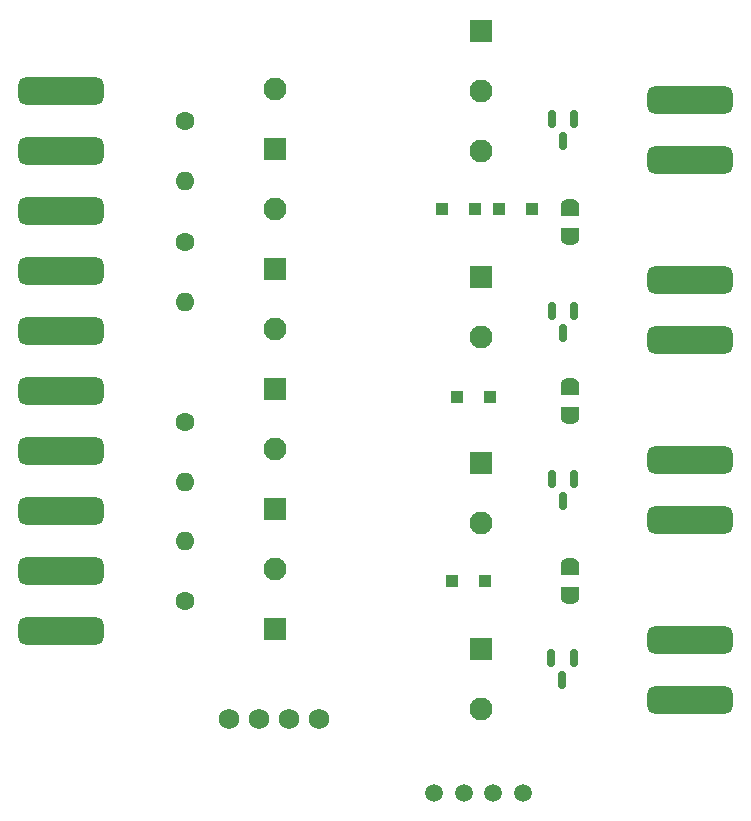
<source format=gbr>
%TF.GenerationSoftware,KiCad,Pcbnew,7.0.10*%
%TF.CreationDate,2024-07-21T07:40:16-04:00*%
%TF.ProjectId,12.1.1 - PLC Connector.kicad_pcb_appended,31322e31-2e31-4202-9d20-504c4320436f,rev?*%
%TF.SameCoordinates,Original*%
%TF.FileFunction,Soldermask,Top*%
%TF.FilePolarity,Negative*%
%FSLAX46Y46*%
G04 Gerber Fmt 4.6, Leading zero omitted, Abs format (unit mm)*
G04 Created by KiCad (PCBNEW 7.0.10) date 2024-07-21 07:40:16*
%MOMM*%
%LPD*%
G01*
G04 APERTURE LIST*
G04 Aperture macros list*
%AMRoundRect*
0 Rectangle with rounded corners*
0 $1 Rounding radius*
0 $2 $3 $4 $5 $6 $7 $8 $9 X,Y pos of 4 corners*
0 Add a 4 corners polygon primitive as box body*
4,1,4,$2,$3,$4,$5,$6,$7,$8,$9,$2,$3,0*
0 Add four circle primitives for the rounded corners*
1,1,$1+$1,$2,$3*
1,1,$1+$1,$4,$5*
1,1,$1+$1,$6,$7*
1,1,$1+$1,$8,$9*
0 Add four rect primitives between the rounded corners*
20,1,$1+$1,$2,$3,$4,$5,0*
20,1,$1+$1,$4,$5,$6,$7,0*
20,1,$1+$1,$6,$7,$8,$9,0*
20,1,$1+$1,$8,$9,$2,$3,0*%
%AMFreePoly0*
4,1,19,0.750000,-0.750000,-0.200000,-0.750000,-0.200000,-0.744911,-0.221157,-0.744911,-0.357708,-0.704816,-0.477430,-0.627875,-0.570627,-0.520320,-0.629746,-0.390866,-0.650000,-0.250000,-0.650000,0.250000,-0.629746,0.390866,-0.570627,0.520320,-0.477430,0.627875,-0.357708,0.704816,-0.221157,0.744911,-0.200000,0.744911,-0.200000,0.750000,0.750000,0.750000,0.750000,-0.750000,0.750000,-0.750000,
$1*%
%AMFreePoly1*
4,1,19,0.200000,0.744911,0.221157,0.744911,0.357708,0.704816,0.477430,0.627875,0.570627,0.520320,0.629746,0.390866,0.650000,0.250000,0.650000,-0.250000,0.629746,-0.390866,0.570627,-0.520320,0.477430,-0.627875,0.357708,-0.704816,0.221157,-0.744911,0.200000,-0.744911,0.200000,-0.750000,-0.750000,-0.750000,-0.750000,0.750000,0.200000,0.750000,0.200000,0.744911,0.200000,0.744911,
$1*%
G04 Aperture macros list end*
%ADD10RoundRect,0.572500X-3.045750X-0.572500X3.045750X-0.572500X3.045750X0.572500X-3.045750X0.572500X0*%
%ADD11R,1.950000X1.950000*%
%ADD12C,1.950000*%
%ADD13C,1.600000*%
%ADD14O,1.600000X1.600000*%
%ADD15C,1.752600*%
%ADD16FreePoly0,270.000000*%
%ADD17FreePoly1,270.000000*%
%ADD18RoundRect,0.572500X3.045750X0.572500X-3.045750X0.572500X-3.045750X-0.572500X3.045750X-0.572500X0*%
%ADD19RoundRect,0.150000X-0.150000X0.587500X-0.150000X-0.587500X0.150000X-0.587500X0.150000X0.587500X0*%
%ADD20RoundRect,0.250000X0.300000X0.300000X-0.300000X0.300000X-0.300000X-0.300000X0.300000X-0.300000X0*%
%ADD21RoundRect,0.250000X-0.300000X-0.300000X0.300000X-0.300000X0.300000X0.300000X-0.300000X0.300000X0*%
%ADD22C,1.498600*%
G04 APERTURE END LIST*
D10*
%TO.C,J104*%
X135151345Y-118127303D03*
%TD*%
D11*
%TO.C,J124*%
X153289000Y-107823000D03*
D12*
X153289000Y-102743000D03*
%TD*%
D10*
%TO.C,J106*%
X135163477Y-107967303D03*
%TD*%
D13*
%TO.C,R104*%
X145669000Y-85140000D03*
D14*
X145669000Y-90220000D03*
%TD*%
D11*
%TO.C,J122*%
X153289000Y-117983000D03*
D12*
X153289000Y-112903000D03*
%TD*%
D10*
%TO.C,J116*%
X135136683Y-97794563D03*
%TD*%
%TO.C,J115*%
X135122779Y-102890324D03*
%TD*%
D13*
%TO.C,R101*%
X145669000Y-125730000D03*
D14*
X145669000Y-120650000D03*
%TD*%
D15*
%TO.C,J126*%
X149352000Y-135763000D03*
X151892000Y-135763000D03*
X154432000Y-135763000D03*
X156972000Y-135763000D03*
%TD*%
D13*
%TO.C,R102*%
X145669000Y-110617000D03*
D14*
X145669000Y-115697000D03*
%TD*%
D13*
%TO.C,R103*%
X145669000Y-95377000D03*
D14*
X145669000Y-100457000D03*
%TD*%
D10*
%TO.C,J111*%
X135137522Y-123198869D03*
%TD*%
%TO.C,J110*%
X135154366Y-128271547D03*
%TD*%
D11*
%TO.C,J125*%
X153289000Y-97663000D03*
D12*
X153289000Y-92583000D03*
%TD*%
D10*
%TO.C,J120*%
X135177543Y-87647303D03*
%TD*%
D11*
%TO.C,J123*%
X153289000Y-87503000D03*
D12*
X153289000Y-82423000D03*
%TD*%
D11*
%TO.C,J118*%
X153289000Y-128143000D03*
D12*
X153289000Y-123063000D03*
%TD*%
D10*
%TO.C,J121*%
X135132736Y-82570977D03*
%TD*%
%TO.C,J117*%
X135154679Y-92741803D03*
%TD*%
%TO.C,J113*%
X135134275Y-113048173D03*
%TD*%
D16*
%TO.C,JP101*%
X178278225Y-92426462D03*
D17*
X178278225Y-94926462D03*
%TD*%
D18*
%TO.C,J108*%
X188422864Y-134127111D03*
%TD*%
D19*
%TO.C,D105*%
X178556856Y-130561113D03*
X176656856Y-130561113D03*
X177606856Y-132436113D03*
%TD*%
%TO.C,D106*%
X178584225Y-115455962D03*
X176684225Y-115455962D03*
X177634225Y-117330962D03*
%TD*%
D18*
%TO.C,J105*%
X188434462Y-98547442D03*
%TD*%
D20*
%TO.C,D101*%
X171475225Y-108458462D03*
X168675225Y-108458462D03*
%TD*%
D18*
%TO.C,J101*%
X188428553Y-129047523D03*
%TD*%
%TO.C,J109*%
X188439959Y-83312463D03*
%TD*%
D21*
%TO.C,D104*%
X167402225Y-92583462D03*
X170202225Y-92583462D03*
%TD*%
D18*
%TO.C,J115*%
X188435157Y-113791922D03*
%TD*%
D19*
%TO.C,D108*%
X178584225Y-101170962D03*
X176684225Y-101170962D03*
X177634225Y-103045962D03*
%TD*%
D18*
%TO.C,J106*%
X188444026Y-103639993D03*
%TD*%
D11*
%TO.C,J118*%
X170710225Y-98298462D03*
D12*
X170710225Y-103378462D03*
%TD*%
D19*
%TO.C,D107*%
X178584225Y-84963462D03*
X176684225Y-84963462D03*
X177634225Y-86838462D03*
%TD*%
D18*
%TO.C,J110*%
X188437513Y-88401010D03*
%TD*%
D11*
%TO.C,J120*%
X170710225Y-114046462D03*
D12*
X170710225Y-119126462D03*
%TD*%
D16*
%TO.C,JP103*%
X178278225Y-122826462D03*
D17*
X178278225Y-125326462D03*
%TD*%
D20*
%TO.C,D103*%
X175031225Y-92583462D03*
X172231225Y-92583462D03*
%TD*%
D16*
%TO.C,JP102*%
X178278225Y-107576462D03*
D17*
X178278225Y-110076462D03*
%TD*%
D20*
%TO.C,D102*%
X171094225Y-124079462D03*
X168294225Y-124079462D03*
%TD*%
D11*
%TO.C,J117*%
X170710225Y-77470462D03*
D12*
X170710225Y-82550462D03*
X170710225Y-87630462D03*
%TD*%
D18*
%TO.C,J114*%
X188438530Y-118872462D03*
%TD*%
D11*
%TO.C,J119*%
X170710225Y-129794462D03*
D12*
X170710225Y-134874462D03*
%TD*%
D22*
%TO.C,J122*%
X174266225Y-141986462D03*
X171766225Y-141986462D03*
X169266225Y-141986462D03*
X166766225Y-141986462D03*
%TD*%
M02*

</source>
